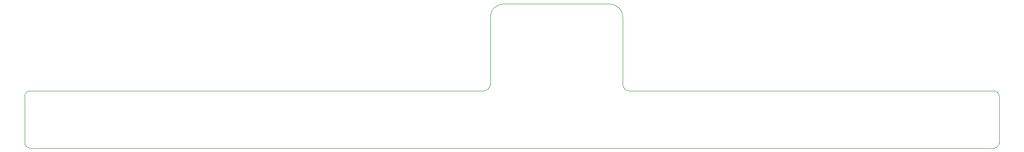
<source format=gbr>
G04 #@! TF.GenerationSoftware,KiCad,Pcbnew,(5.1.2)-2*
G04 #@! TF.CreationDate,2019-12-07T11:30:44-05:00*
G04 #@! TF.ProjectId,LEDsign,4c454473-6967-46e2-9e6b-696361645f70,rev?*
G04 #@! TF.SameCoordinates,Original*
G04 #@! TF.FileFunction,Profile,NP*
%FSLAX46Y46*%
G04 Gerber Fmt 4.6, Leading zero omitted, Abs format (unit mm)*
G04 Created by KiCad (PCBNEW (5.1.2)-2) date 2019-12-07 11:30:44*
%MOMM*%
%LPD*%
G04 APERTURE LIST*
%ADD10C,0.100000*%
G04 APERTURE END LIST*
D10*
X240042700Y-71202800D02*
G75*
G02X241042700Y-72202800I0J-1000000D01*
G01*
X241042700Y-80648300D02*
G75*
G02X240042700Y-81648300I-1000000J0D01*
G01*
X64008000Y-72199500D02*
G75*
G02X65008000Y-71199500I1000000J0D01*
G01*
X65008000Y-81645000D02*
G75*
G02X64008000Y-80645000I0J1000000D01*
G01*
X65008000Y-71199500D02*
X147383500Y-71200000D01*
X173863000Y-71200000D02*
X240042700Y-71202800D01*
X241042700Y-80648300D02*
X241042700Y-72202800D01*
X65008000Y-81645000D02*
X240042700Y-81648300D01*
X64008000Y-72199500D02*
X64008000Y-80645000D01*
X172656500Y-57721500D02*
X172656500Y-69993500D01*
X151003000Y-55308500D02*
X170243500Y-55308500D01*
X148590000Y-69993500D02*
X148590000Y-57721500D01*
X148590000Y-57721500D02*
G75*
G02X151003000Y-55308500I2413000J0D01*
G01*
X170243500Y-55308500D02*
G75*
G02X172656500Y-57721500I0J-2413000D01*
G01*
X172656500Y-69993500D02*
G75*
G03X173863000Y-71200000I1206500J0D01*
G01*
X148590000Y-69993500D02*
G75*
G02X147383500Y-71200000I-1206500J0D01*
G01*
M02*

</source>
